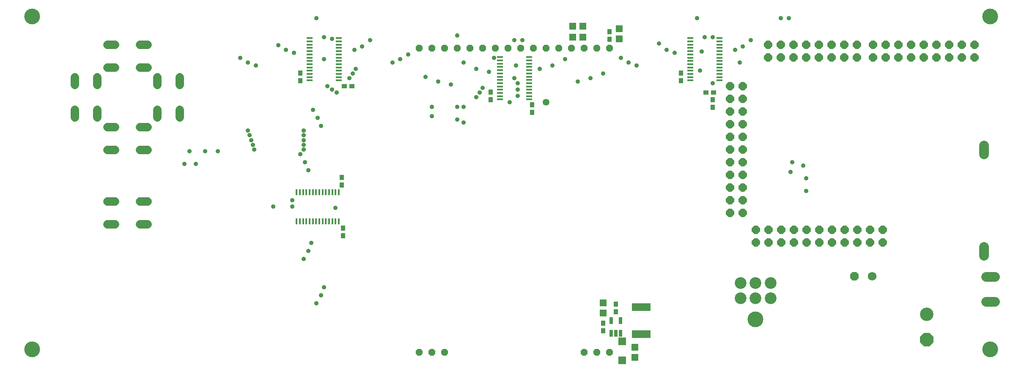
<source format=gbs>
G75*
G70*
%OFA0B0*%
%FSLAX24Y24*%
%IPPOS*%
%LPD*%
%AMOC8*
5,1,8,0,0,1.08239X$1,22.5*
%
%ADD10C,0.1241*%
%ADD11OC8,0.0651*%
%ADD12R,0.0277X0.0532*%
%ADD13OC8,0.0532*%
%ADD14R,0.0375X0.0414*%
%ADD15R,0.0572X0.0532*%
%ADD16R,0.0611X0.0611*%
%ADD17R,0.1462X0.0611*%
%ADD18C,0.0765*%
%ADD19C,0.1060*%
%ADD20OC8,0.1060*%
%ADD21OC8,0.0690*%
%ADD22C,0.0690*%
%ADD23R,0.0450X0.0180*%
%ADD24R,0.0414X0.0375*%
%ADD25R,0.0532X0.0572*%
%ADD26C,0.0920*%
%ADD27R,0.0180X0.0450*%
%ADD28C,0.0660*%
%ADD29C,0.0350*%
%ADD30C,0.0532*%
D10*
X001725Y001805D03*
X058725Y004147D03*
X077225Y001805D03*
X077225Y028055D03*
X001725Y028055D03*
D11*
X056725Y022555D03*
X057725Y022555D03*
X057725Y021555D03*
X056725Y021555D03*
X056725Y020555D03*
X057725Y020555D03*
X057725Y019555D03*
X056725Y019555D03*
X056725Y018555D03*
X057725Y018555D03*
X057725Y017555D03*
X056725Y017555D03*
X056725Y016555D03*
X057725Y016555D03*
X057725Y015555D03*
X056725Y015555D03*
X056725Y014555D03*
X057725Y014555D03*
X057725Y013555D03*
X056725Y013555D03*
X056725Y012555D03*
X057725Y012555D03*
X058763Y011218D03*
X059763Y011218D03*
X060763Y011218D03*
X061763Y011218D03*
X062763Y011218D03*
X063763Y011218D03*
X064763Y011218D03*
X065763Y011218D03*
X066763Y011218D03*
X067763Y011218D03*
X068763Y011218D03*
X068763Y010218D03*
X067763Y010218D03*
X066763Y010218D03*
X065763Y010218D03*
X064763Y010218D03*
X063763Y010218D03*
X062763Y010218D03*
X061763Y010218D03*
X060763Y010218D03*
X059763Y010218D03*
X058763Y010218D03*
X059719Y024832D03*
X060719Y024832D03*
X061719Y024832D03*
X062719Y024832D03*
X063719Y024832D03*
X064719Y024832D03*
X065719Y024832D03*
X066719Y024832D03*
X067975Y024830D03*
X068975Y024830D03*
X069975Y024830D03*
X070975Y024830D03*
X071975Y024830D03*
X072975Y024830D03*
X073975Y024830D03*
X074975Y024830D03*
X075975Y024830D03*
X075975Y025830D03*
X074975Y025830D03*
X073975Y025830D03*
X072975Y025830D03*
X071975Y025830D03*
X070975Y025830D03*
X069975Y025830D03*
X068975Y025830D03*
X067975Y025830D03*
X066719Y025832D03*
X065719Y025832D03*
X064719Y025832D03*
X063719Y025832D03*
X062719Y025832D03*
X061719Y025832D03*
X060719Y025832D03*
X059719Y025832D03*
D12*
X048099Y004067D03*
X047351Y004067D03*
X047351Y003043D03*
X047725Y003043D03*
X048099Y003043D03*
D13*
X047225Y001555D03*
X046225Y001555D03*
X045225Y001555D03*
X034225Y001555D03*
X033225Y001555D03*
X032225Y001555D03*
X032225Y025555D03*
X033225Y025555D03*
X034225Y025555D03*
X035225Y025555D03*
X036225Y025555D03*
X037225Y025555D03*
X038225Y025555D03*
X039225Y025555D03*
X040225Y025555D03*
X041225Y025555D03*
X042225Y025555D03*
X043225Y025555D03*
X044225Y025555D03*
X045225Y025555D03*
X046225Y025555D03*
X047225Y025555D03*
D14*
X047225Y026255D03*
X047225Y026855D03*
X052850Y023605D03*
X052850Y023005D03*
X055350Y021480D03*
X055350Y020880D03*
X041100Y021105D03*
X041100Y020505D03*
X037850Y021505D03*
X037850Y022105D03*
X022850Y023005D03*
X022850Y023605D03*
X026100Y015355D03*
X026100Y014755D03*
X026225Y011355D03*
X026225Y010755D03*
X046725Y003855D03*
X046725Y003255D03*
X047725Y004755D03*
X047725Y005355D03*
D15*
X046725Y005455D03*
X046725Y004655D03*
X049225Y001955D03*
X049225Y001155D03*
X047975Y026280D03*
X047975Y027080D03*
D16*
X048225Y002428D03*
X048225Y000932D03*
D17*
X049725Y002980D03*
X049725Y005130D03*
D18*
X076873Y005571D02*
X077578Y005571D01*
X077578Y007539D02*
X076873Y007539D01*
X076725Y009203D02*
X076725Y009908D01*
X076725Y017203D02*
X076725Y017908D01*
D19*
X072225Y004555D03*
D20*
X072225Y002555D03*
D21*
X066525Y007555D03*
D22*
X067925Y007555D03*
D23*
X040874Y021517D03*
X040874Y021773D03*
X040874Y022028D03*
X040874Y022284D03*
X040874Y022540D03*
X040874Y022796D03*
X040874Y023052D03*
X040874Y023308D03*
X040874Y023564D03*
X040874Y023820D03*
X040874Y024076D03*
X040874Y024332D03*
X040874Y024587D03*
X040874Y024843D03*
X038576Y024843D03*
X038576Y024587D03*
X038576Y024332D03*
X038576Y024076D03*
X038576Y023820D03*
X038576Y023564D03*
X038576Y023308D03*
X038576Y023052D03*
X038576Y022796D03*
X038576Y022540D03*
X038576Y022284D03*
X038576Y022028D03*
X038576Y021773D03*
X038576Y021517D03*
X025874Y023017D03*
X025874Y023273D03*
X025874Y023528D03*
X025874Y023784D03*
X025874Y024040D03*
X025874Y024296D03*
X025874Y024552D03*
X025874Y024808D03*
X025874Y025064D03*
X025874Y025320D03*
X025874Y025576D03*
X025874Y025832D03*
X025874Y026087D03*
X025874Y026343D03*
X023576Y026343D03*
X023576Y026087D03*
X023576Y025832D03*
X023576Y025576D03*
X023576Y025320D03*
X023576Y025064D03*
X023576Y024808D03*
X023576Y024552D03*
X023576Y024296D03*
X023576Y024040D03*
X023576Y023784D03*
X023576Y023528D03*
X023576Y023273D03*
X023576Y023017D03*
X053576Y023017D03*
X053576Y023273D03*
X053576Y023528D03*
X053576Y023784D03*
X053576Y024040D03*
X053576Y024296D03*
X053576Y024552D03*
X053576Y024808D03*
X053576Y025064D03*
X053576Y025320D03*
X053576Y025576D03*
X053576Y025832D03*
X053576Y026087D03*
X053576Y026343D03*
X055874Y026343D03*
X055874Y026087D03*
X055874Y025832D03*
X055874Y025576D03*
X055874Y025320D03*
X055874Y025064D03*
X055874Y024808D03*
X055874Y024552D03*
X055874Y024296D03*
X055874Y024040D03*
X055874Y023784D03*
X055874Y023528D03*
X055874Y023273D03*
X055874Y023017D03*
D24*
X055400Y022055D03*
X054800Y022055D03*
X026900Y022555D03*
X026300Y022555D03*
D25*
X044325Y026430D03*
X045125Y026430D03*
X045125Y027305D03*
X044325Y027305D03*
D26*
X057544Y007021D03*
X058725Y007021D03*
X059906Y007021D03*
X059906Y005839D03*
X058725Y005839D03*
X057544Y005839D03*
D27*
X025888Y011906D03*
X025632Y011906D03*
X025377Y011906D03*
X025121Y011906D03*
X024865Y011906D03*
X024609Y011906D03*
X024353Y011906D03*
X024097Y011906D03*
X023841Y011906D03*
X023585Y011906D03*
X023329Y011906D03*
X023073Y011906D03*
X022818Y011906D03*
X022562Y011906D03*
X022562Y014204D03*
X022818Y014204D03*
X023073Y014204D03*
X023329Y014204D03*
X023585Y014204D03*
X023841Y014204D03*
X024097Y014204D03*
X024353Y014204D03*
X024609Y014204D03*
X024865Y014204D03*
X025121Y014204D03*
X025377Y014204D03*
X025632Y014204D03*
X025888Y014204D03*
D28*
X010805Y013445D02*
X010205Y013445D01*
X008245Y013445D02*
X007645Y013445D01*
X007645Y011665D02*
X008245Y011665D01*
X010205Y011665D02*
X010805Y011665D01*
X010805Y017540D02*
X010205Y017540D01*
X008245Y017540D02*
X007645Y017540D01*
X007645Y019320D02*
X008245Y019320D01*
X010205Y019320D02*
X010805Y019320D01*
X011585Y020100D02*
X011585Y020700D01*
X013365Y020700D02*
X013365Y020100D01*
X013365Y022660D02*
X013365Y023260D01*
X011585Y023260D02*
X011585Y022660D01*
X010805Y024040D02*
X010205Y024040D01*
X008245Y024040D02*
X007645Y024040D01*
X006865Y023260D02*
X006865Y022660D01*
X005085Y022660D02*
X005085Y023260D01*
X005085Y020700D02*
X005085Y020100D01*
X006865Y020100D02*
X006865Y020700D01*
X007645Y025820D02*
X008245Y025820D01*
X010205Y025820D02*
X010805Y025820D01*
D29*
X018100Y024805D03*
X018725Y024430D03*
X019350Y024180D03*
X022350Y025180D03*
X021725Y025430D03*
X021100Y025805D03*
X024725Y026430D03*
X025350Y026305D03*
X027100Y025430D03*
X027725Y025680D03*
X028350Y026180D03*
X031350Y025055D03*
X030725Y024680D03*
X030100Y024430D03*
X032725Y023305D03*
X033725Y022930D03*
X034725Y022680D03*
X036975Y022055D03*
X036725Y021680D03*
X035725Y020930D03*
X035225Y020930D03*
X033225Y020930D03*
X033225Y020180D03*
X035225Y019930D03*
X035725Y019680D03*
X039350Y021305D03*
X039975Y021805D03*
X039975Y022305D03*
X039975Y022805D03*
X039725Y023180D03*
X037725Y023680D03*
X036725Y023930D03*
X035725Y024430D03*
X038100Y024805D03*
X039850Y024180D03*
X041725Y023930D03*
X042725Y024180D03*
X043725Y024680D03*
X046725Y023555D03*
X045725Y023180D03*
X044725Y022930D03*
X048725Y024430D03*
X049350Y024180D03*
X048100Y024805D03*
X051100Y025930D03*
X051725Y025430D03*
X052350Y025180D03*
X054475Y025305D03*
X054725Y026430D03*
X055350Y026430D03*
X057100Y025430D03*
X057725Y025680D03*
X058350Y026180D03*
X057475Y024430D03*
X054350Y023805D03*
X055350Y022805D03*
X054100Y027930D03*
X060725Y027930D03*
X061350Y027930D03*
X040350Y026180D03*
X039725Y026180D03*
X035225Y026555D03*
X027225Y023930D03*
X026975Y023555D03*
X026725Y023180D03*
X024975Y022555D03*
X025350Y022305D03*
X025725Y022055D03*
X023850Y020680D03*
X024225Y020055D03*
X024475Y019430D03*
X023100Y019055D03*
X023100Y018680D03*
X023100Y018305D03*
X023100Y017930D03*
X023100Y017555D03*
X022850Y017180D03*
X023225Y016555D03*
X023475Y015930D03*
X019225Y017555D03*
X019100Y017930D03*
X018975Y018305D03*
X018850Y018680D03*
X018725Y019055D03*
X016350Y017430D03*
X015350Y017430D03*
X014100Y017430D03*
X013725Y016430D03*
X014600Y016430D03*
X022225Y013555D03*
X022225Y013055D03*
X020725Y013055D03*
X025632Y012962D03*
X023725Y010180D03*
X023475Y009555D03*
X023100Y008930D03*
X024725Y006680D03*
X024475Y006055D03*
X024100Y005430D03*
X061475Y015805D03*
X062475Y016305D03*
X061600Y016555D03*
X062725Y015305D03*
X062725Y014305D03*
X037225Y022430D03*
X024725Y024680D03*
X024100Y027930D03*
D30*
X042225Y021305D03*
M02*

</source>
